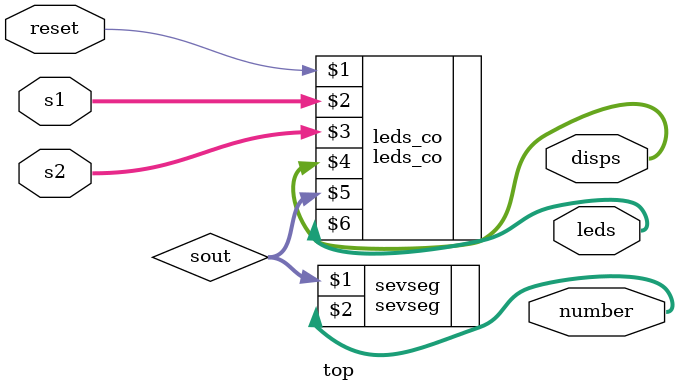
<source format=sv>
/*
by Carlos Ojeda de Silva, September 3 2025
cojedadesilva@g.hmc.edu
This file combines both tasks for lab1
*/
module top(
	input 	reset,
	input 	logic [3:0] s1, s2,
	//input   logic [31:0] counter, //uncomment for testbench
	output 	logic [1:0] disps,
	output  logic [6:0] number,
	output  logic [4:0] leds
);
logic [3:0] sout;
leds_co leds_co(reset, s1[3:0], s2[3:0],/** counter[31:0],/*uncomment for testbench*/ disps, sout[3:0], leds[4:0]);
sevseg sevseg(sout[3:0], number[6:0]);

endmodule

</source>
